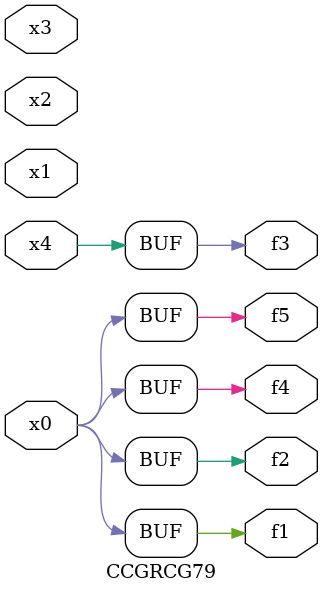
<source format=v>
module CCGRCG79(
	input x0, x1, x2, x3, x4,
	output f1, f2, f3, f4, f5
);
	assign f1 = x0;
	assign f2 = x0;
	assign f3 = x4;
	assign f4 = x0;
	assign f5 = x0;
endmodule

</source>
